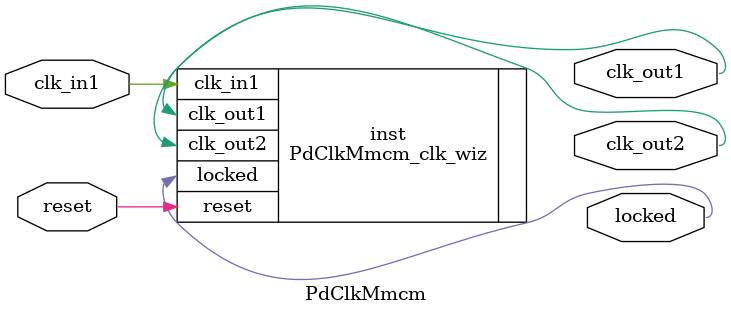
<source format=v>


`timescale 1ps/1ps

(* CORE_GENERATION_INFO = "PdClkMmcm,clk_wiz_v5_4_1_0,{component_name=PdClkMmcm,use_phase_alignment=true,use_min_o_jitter=false,use_max_i_jitter=false,use_dyn_phase_shift=false,use_inclk_switchover=false,use_dyn_reconfig=false,enable_axi=0,feedback_source=FDBK_AUTO,PRIMITIVE=MMCM,num_out_clk=2,clkin1_period=10.714,clkin2_period=10.000,use_power_down=false,use_reset=true,use_locked=true,use_inclk_stopped=false,feedback_type=SINGLE,CLOCK_MGR_TYPE=NA,manual_override=false}" *)

module PdClkMmcm 
 (
  // Clock out ports
  output        clk_out1,
  output        clk_out2,
  // Status and control signals
  input         reset,
  output        locked,
 // Clock in ports
  input         clk_in1
 );

  PdClkMmcm_clk_wiz inst
  (
  // Clock out ports  
  .clk_out1(clk_out1),
  .clk_out2(clk_out2),
  // Status and control signals               
  .reset(reset), 
  .locked(locked),
 // Clock in ports
  .clk_in1(clk_in1)
  );

endmodule

</source>
